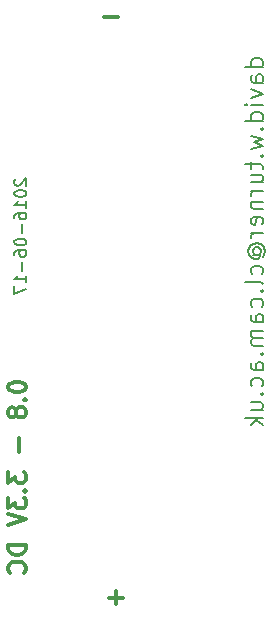
<source format=gbo>
G04 #@! TF.FileFunction,Legend,Bot*
%FSLAX46Y46*%
G04 Gerber Fmt 4.6, Leading zero omitted, Abs format (unit mm)*
G04 Created by KiCad (PCBNEW (2016-05-05 BZR 6775)-product) date Monday, 20 June 2016 'amt' 00:18:41*
%MOMM*%
%LPD*%
G01*
G04 APERTURE LIST*
%ADD10C,0.100000*%
%ADD11C,0.200000*%
%ADD12C,0.300000*%
G04 APERTURE END LIST*
D10*
D11*
X136978571Y-94028571D02*
X135478571Y-94028571D01*
X136907142Y-94028571D02*
X136978571Y-93885714D01*
X136978571Y-93600000D01*
X136907142Y-93457142D01*
X136835714Y-93385714D01*
X136692857Y-93314285D01*
X136264285Y-93314285D01*
X136121428Y-93385714D01*
X136050000Y-93457142D01*
X135978571Y-93600000D01*
X135978571Y-93885714D01*
X136050000Y-94028571D01*
X136978571Y-95385714D02*
X136192857Y-95385714D01*
X136050000Y-95314285D01*
X135978571Y-95171428D01*
X135978571Y-94885714D01*
X136050000Y-94742857D01*
X136907142Y-95385714D02*
X136978571Y-95242857D01*
X136978571Y-94885714D01*
X136907142Y-94742857D01*
X136764285Y-94671428D01*
X136621428Y-94671428D01*
X136478571Y-94742857D01*
X136407142Y-94885714D01*
X136407142Y-95242857D01*
X136335714Y-95385714D01*
X135978571Y-95957142D02*
X136978571Y-96314285D01*
X135978571Y-96671428D01*
X136978571Y-97242857D02*
X135978571Y-97242857D01*
X135478571Y-97242857D02*
X135550000Y-97171428D01*
X135621428Y-97242857D01*
X135550000Y-97314285D01*
X135478571Y-97242857D01*
X135621428Y-97242857D01*
X136978571Y-98600000D02*
X135478571Y-98600000D01*
X136907142Y-98600000D02*
X136978571Y-98457142D01*
X136978571Y-98171428D01*
X136907142Y-98028571D01*
X136835714Y-97957142D01*
X136692857Y-97885714D01*
X136264285Y-97885714D01*
X136121428Y-97957142D01*
X136050000Y-98028571D01*
X135978571Y-98171428D01*
X135978571Y-98457142D01*
X136050000Y-98600000D01*
X136835714Y-99314285D02*
X136907142Y-99385714D01*
X136978571Y-99314285D01*
X136907142Y-99242857D01*
X136835714Y-99314285D01*
X136978571Y-99314285D01*
X135978571Y-99885714D02*
X136978571Y-100171428D01*
X136264285Y-100457142D01*
X136978571Y-100742857D01*
X135978571Y-101028571D01*
X136835714Y-101600000D02*
X136907142Y-101671428D01*
X136978571Y-101600000D01*
X136907142Y-101528571D01*
X136835714Y-101600000D01*
X136978571Y-101600000D01*
X135978571Y-102100000D02*
X135978571Y-102671428D01*
X135478571Y-102314285D02*
X136764285Y-102314285D01*
X136907142Y-102385714D01*
X136978571Y-102528571D01*
X136978571Y-102671428D01*
X135978571Y-103814285D02*
X136978571Y-103814285D01*
X135978571Y-103171428D02*
X136764285Y-103171428D01*
X136907142Y-103242857D01*
X136978571Y-103385714D01*
X136978571Y-103600000D01*
X136907142Y-103742857D01*
X136835714Y-103814285D01*
X136978571Y-104528571D02*
X135978571Y-104528571D01*
X136264285Y-104528571D02*
X136121428Y-104600000D01*
X136050000Y-104671428D01*
X135978571Y-104814285D01*
X135978571Y-104957142D01*
X135978571Y-105457142D02*
X136978571Y-105457142D01*
X136121428Y-105457142D02*
X136050000Y-105528571D01*
X135978571Y-105671428D01*
X135978571Y-105885714D01*
X136050000Y-106028571D01*
X136192857Y-106100000D01*
X136978571Y-106100000D01*
X136907142Y-107385714D02*
X136978571Y-107242857D01*
X136978571Y-106957142D01*
X136907142Y-106814285D01*
X136764285Y-106742857D01*
X136192857Y-106742857D01*
X136050000Y-106814285D01*
X135978571Y-106957142D01*
X135978571Y-107242857D01*
X136050000Y-107385714D01*
X136192857Y-107457142D01*
X136335714Y-107457142D01*
X136478571Y-106742857D01*
X136978571Y-108100000D02*
X135978571Y-108100000D01*
X136264285Y-108100000D02*
X136121428Y-108171428D01*
X136050000Y-108242857D01*
X135978571Y-108385714D01*
X135978571Y-108528571D01*
X136264285Y-109957142D02*
X136192857Y-109885714D01*
X136121428Y-109742857D01*
X136121428Y-109600000D01*
X136192857Y-109457142D01*
X136264285Y-109385714D01*
X136407142Y-109314285D01*
X136550000Y-109314285D01*
X136692857Y-109385714D01*
X136764285Y-109457142D01*
X136835714Y-109600000D01*
X136835714Y-109742857D01*
X136764285Y-109885714D01*
X136692857Y-109957142D01*
X136121428Y-109957142D02*
X136692857Y-109957142D01*
X136764285Y-110028571D01*
X136764285Y-110100000D01*
X136692857Y-110242857D01*
X136550000Y-110314285D01*
X136192857Y-110314285D01*
X135978571Y-110171428D01*
X135835714Y-109957142D01*
X135764285Y-109671428D01*
X135835714Y-109385714D01*
X135978571Y-109171428D01*
X136192857Y-109028571D01*
X136478571Y-108957142D01*
X136764285Y-109028571D01*
X136978571Y-109171428D01*
X137121428Y-109385714D01*
X137192857Y-109671428D01*
X137121428Y-109957142D01*
X136978571Y-110171428D01*
X136907142Y-111600000D02*
X136978571Y-111457142D01*
X136978571Y-111171428D01*
X136907142Y-111028571D01*
X136835714Y-110957142D01*
X136692857Y-110885714D01*
X136264285Y-110885714D01*
X136121428Y-110957142D01*
X136050000Y-111028571D01*
X135978571Y-111171428D01*
X135978571Y-111457142D01*
X136050000Y-111600000D01*
X136978571Y-112457142D02*
X136907142Y-112314285D01*
X136764285Y-112242857D01*
X135478571Y-112242857D01*
X136835714Y-113028571D02*
X136907142Y-113100000D01*
X136978571Y-113028571D01*
X136907142Y-112957142D01*
X136835714Y-113028571D01*
X136978571Y-113028571D01*
X136907142Y-114385714D02*
X136978571Y-114242857D01*
X136978571Y-113957142D01*
X136907142Y-113814285D01*
X136835714Y-113742857D01*
X136692857Y-113671428D01*
X136264285Y-113671428D01*
X136121428Y-113742857D01*
X136050000Y-113814285D01*
X135978571Y-113957142D01*
X135978571Y-114242857D01*
X136050000Y-114385714D01*
X136978571Y-115671428D02*
X136192857Y-115671428D01*
X136050000Y-115600000D01*
X135978571Y-115457142D01*
X135978571Y-115171428D01*
X136050000Y-115028571D01*
X136907142Y-115671428D02*
X136978571Y-115528571D01*
X136978571Y-115171428D01*
X136907142Y-115028571D01*
X136764285Y-114957142D01*
X136621428Y-114957142D01*
X136478571Y-115028571D01*
X136407142Y-115171428D01*
X136407142Y-115528571D01*
X136335714Y-115671428D01*
X136978571Y-116385714D02*
X135978571Y-116385714D01*
X136121428Y-116385714D02*
X136050000Y-116457142D01*
X135978571Y-116600000D01*
X135978571Y-116814285D01*
X136050000Y-116957142D01*
X136192857Y-117028571D01*
X136978571Y-117028571D01*
X136192857Y-117028571D02*
X136050000Y-117100000D01*
X135978571Y-117242857D01*
X135978571Y-117457142D01*
X136050000Y-117600000D01*
X136192857Y-117671428D01*
X136978571Y-117671428D01*
X136835714Y-118385714D02*
X136907142Y-118457142D01*
X136978571Y-118385714D01*
X136907142Y-118314285D01*
X136835714Y-118385714D01*
X136978571Y-118385714D01*
X136978571Y-119742857D02*
X136192857Y-119742857D01*
X136050000Y-119671428D01*
X135978571Y-119528571D01*
X135978571Y-119242857D01*
X136050000Y-119100000D01*
X136907142Y-119742857D02*
X136978571Y-119600000D01*
X136978571Y-119242857D01*
X136907142Y-119100000D01*
X136764285Y-119028571D01*
X136621428Y-119028571D01*
X136478571Y-119100000D01*
X136407142Y-119242857D01*
X136407142Y-119600000D01*
X136335714Y-119742857D01*
X136907142Y-121100000D02*
X136978571Y-120957142D01*
X136978571Y-120671428D01*
X136907142Y-120528571D01*
X136835714Y-120457142D01*
X136692857Y-120385714D01*
X136264285Y-120385714D01*
X136121428Y-120457142D01*
X136050000Y-120528571D01*
X135978571Y-120671428D01*
X135978571Y-120957142D01*
X136050000Y-121100000D01*
X136835714Y-121742857D02*
X136907142Y-121814285D01*
X136978571Y-121742857D01*
X136907142Y-121671428D01*
X136835714Y-121742857D01*
X136978571Y-121742857D01*
X135978571Y-123100000D02*
X136978571Y-123100000D01*
X135978571Y-122457142D02*
X136764285Y-122457142D01*
X136907142Y-122528571D01*
X136978571Y-122671428D01*
X136978571Y-122885714D01*
X136907142Y-123028571D01*
X136835714Y-123100000D01*
X136978571Y-123814285D02*
X135478571Y-123814285D01*
X136407142Y-123957142D02*
X136978571Y-124385714D01*
X135978571Y-124385714D02*
X136550000Y-123814285D01*
D12*
X125141428Y-138997142D02*
X123998571Y-138997142D01*
X124570000Y-139568571D02*
X124570000Y-138425714D01*
X124711428Y-89817142D02*
X123568571Y-89817142D01*
D11*
X116047619Y-103542857D02*
X116000000Y-103590476D01*
X115952380Y-103685714D01*
X115952380Y-103923809D01*
X116000000Y-104019047D01*
X116047619Y-104066666D01*
X116142857Y-104114285D01*
X116238095Y-104114285D01*
X116380952Y-104066666D01*
X116952380Y-103495238D01*
X116952380Y-104114285D01*
X115952380Y-104733333D02*
X115952380Y-104828571D01*
X116000000Y-104923809D01*
X116047619Y-104971428D01*
X116142857Y-105019047D01*
X116333333Y-105066666D01*
X116571428Y-105066666D01*
X116761904Y-105019047D01*
X116857142Y-104971428D01*
X116904761Y-104923809D01*
X116952380Y-104828571D01*
X116952380Y-104733333D01*
X116904761Y-104638095D01*
X116857142Y-104590476D01*
X116761904Y-104542857D01*
X116571428Y-104495238D01*
X116333333Y-104495238D01*
X116142857Y-104542857D01*
X116047619Y-104590476D01*
X116000000Y-104638095D01*
X115952380Y-104733333D01*
X116952380Y-106019047D02*
X116952380Y-105447619D01*
X116952380Y-105733333D02*
X115952380Y-105733333D01*
X116095238Y-105638095D01*
X116190476Y-105542857D01*
X116238095Y-105447619D01*
X115952380Y-106876190D02*
X115952380Y-106685714D01*
X116000000Y-106590476D01*
X116047619Y-106542857D01*
X116190476Y-106447619D01*
X116380952Y-106400000D01*
X116761904Y-106400000D01*
X116857142Y-106447619D01*
X116904761Y-106495238D01*
X116952380Y-106590476D01*
X116952380Y-106780952D01*
X116904761Y-106876190D01*
X116857142Y-106923809D01*
X116761904Y-106971428D01*
X116523809Y-106971428D01*
X116428571Y-106923809D01*
X116380952Y-106876190D01*
X116333333Y-106780952D01*
X116333333Y-106590476D01*
X116380952Y-106495238D01*
X116428571Y-106447619D01*
X116523809Y-106400000D01*
X116571428Y-107400000D02*
X116571428Y-108161904D01*
X115952380Y-108828571D02*
X115952380Y-108923809D01*
X116000000Y-109019047D01*
X116047619Y-109066666D01*
X116142857Y-109114285D01*
X116333333Y-109161904D01*
X116571428Y-109161904D01*
X116761904Y-109114285D01*
X116857142Y-109066666D01*
X116904761Y-109019047D01*
X116952380Y-108923809D01*
X116952380Y-108828571D01*
X116904761Y-108733333D01*
X116857142Y-108685714D01*
X116761904Y-108638095D01*
X116571428Y-108590476D01*
X116333333Y-108590476D01*
X116142857Y-108638095D01*
X116047619Y-108685714D01*
X116000000Y-108733333D01*
X115952380Y-108828571D01*
X115952380Y-110019047D02*
X115952380Y-109828571D01*
X116000000Y-109733333D01*
X116047619Y-109685714D01*
X116190476Y-109590476D01*
X116380952Y-109542857D01*
X116761904Y-109542857D01*
X116857142Y-109590476D01*
X116904761Y-109638095D01*
X116952380Y-109733333D01*
X116952380Y-109923809D01*
X116904761Y-110019047D01*
X116857142Y-110066666D01*
X116761904Y-110114285D01*
X116523809Y-110114285D01*
X116428571Y-110066666D01*
X116380952Y-110019047D01*
X116333333Y-109923809D01*
X116333333Y-109733333D01*
X116380952Y-109638095D01*
X116428571Y-109590476D01*
X116523809Y-109542857D01*
X116571428Y-110542857D02*
X116571428Y-111304761D01*
X116952380Y-112304761D02*
X116952380Y-111733333D01*
X116952380Y-112019047D02*
X115952380Y-112019047D01*
X116095238Y-111923809D01*
X116190476Y-111828571D01*
X116238095Y-111733333D01*
X115952380Y-112638095D02*
X115952380Y-113304761D01*
X116952380Y-112876190D01*
D12*
X115428571Y-121085714D02*
X115428571Y-121228571D01*
X115500000Y-121371428D01*
X115571428Y-121442857D01*
X115714285Y-121514285D01*
X116000000Y-121585714D01*
X116357142Y-121585714D01*
X116642857Y-121514285D01*
X116785714Y-121442857D01*
X116857142Y-121371428D01*
X116928571Y-121228571D01*
X116928571Y-121085714D01*
X116857142Y-120942857D01*
X116785714Y-120871428D01*
X116642857Y-120800000D01*
X116357142Y-120728571D01*
X116000000Y-120728571D01*
X115714285Y-120800000D01*
X115571428Y-120871428D01*
X115500000Y-120942857D01*
X115428571Y-121085714D01*
X116785714Y-122228571D02*
X116857142Y-122300000D01*
X116928571Y-122228571D01*
X116857142Y-122157142D01*
X116785714Y-122228571D01*
X116928571Y-122228571D01*
X116071428Y-123157142D02*
X116000000Y-123014285D01*
X115928571Y-122942857D01*
X115785714Y-122871428D01*
X115714285Y-122871428D01*
X115571428Y-122942857D01*
X115500000Y-123014285D01*
X115428571Y-123157142D01*
X115428571Y-123442857D01*
X115500000Y-123585714D01*
X115571428Y-123657142D01*
X115714285Y-123728571D01*
X115785714Y-123728571D01*
X115928571Y-123657142D01*
X116000000Y-123585714D01*
X116071428Y-123442857D01*
X116071428Y-123157142D01*
X116142857Y-123014285D01*
X116214285Y-122942857D01*
X116357142Y-122871428D01*
X116642857Y-122871428D01*
X116785714Y-122942857D01*
X116857142Y-123014285D01*
X116928571Y-123157142D01*
X116928571Y-123442857D01*
X116857142Y-123585714D01*
X116785714Y-123657142D01*
X116642857Y-123728571D01*
X116357142Y-123728571D01*
X116214285Y-123657142D01*
X116142857Y-123585714D01*
X116071428Y-123442857D01*
X116357142Y-125514285D02*
X116357142Y-126657142D01*
X115428571Y-128371428D02*
X115428571Y-129300000D01*
X116000000Y-128800000D01*
X116000000Y-129014285D01*
X116071428Y-129157142D01*
X116142857Y-129228571D01*
X116285714Y-129300000D01*
X116642857Y-129300000D01*
X116785714Y-129228571D01*
X116857142Y-129157142D01*
X116928571Y-129014285D01*
X116928571Y-128585714D01*
X116857142Y-128442857D01*
X116785714Y-128371428D01*
X116785714Y-129942857D02*
X116857142Y-130014285D01*
X116928571Y-129942857D01*
X116857142Y-129871428D01*
X116785714Y-129942857D01*
X116928571Y-129942857D01*
X115428571Y-130514285D02*
X115428571Y-131442857D01*
X116000000Y-130942857D01*
X116000000Y-131157142D01*
X116071428Y-131300000D01*
X116142857Y-131371428D01*
X116285714Y-131442857D01*
X116642857Y-131442857D01*
X116785714Y-131371428D01*
X116857142Y-131300000D01*
X116928571Y-131157142D01*
X116928571Y-130728571D01*
X116857142Y-130585714D01*
X116785714Y-130514285D01*
X115428571Y-131871428D02*
X116928571Y-132371428D01*
X115428571Y-132871428D01*
X116928571Y-134514285D02*
X115428571Y-134514285D01*
X115428571Y-134871428D01*
X115500000Y-135085714D01*
X115642857Y-135228571D01*
X115785714Y-135300000D01*
X116071428Y-135371428D01*
X116285714Y-135371428D01*
X116571428Y-135300000D01*
X116714285Y-135228571D01*
X116857142Y-135085714D01*
X116928571Y-134871428D01*
X116928571Y-134514285D01*
X116785714Y-136871428D02*
X116857142Y-136800000D01*
X116928571Y-136585714D01*
X116928571Y-136442857D01*
X116857142Y-136228571D01*
X116714285Y-136085714D01*
X116571428Y-136014285D01*
X116285714Y-135942857D01*
X116071428Y-135942857D01*
X115785714Y-136014285D01*
X115642857Y-136085714D01*
X115500000Y-136228571D01*
X115428571Y-136442857D01*
X115428571Y-136585714D01*
X115500000Y-136800000D01*
X115571428Y-136871428D01*
M02*

</source>
